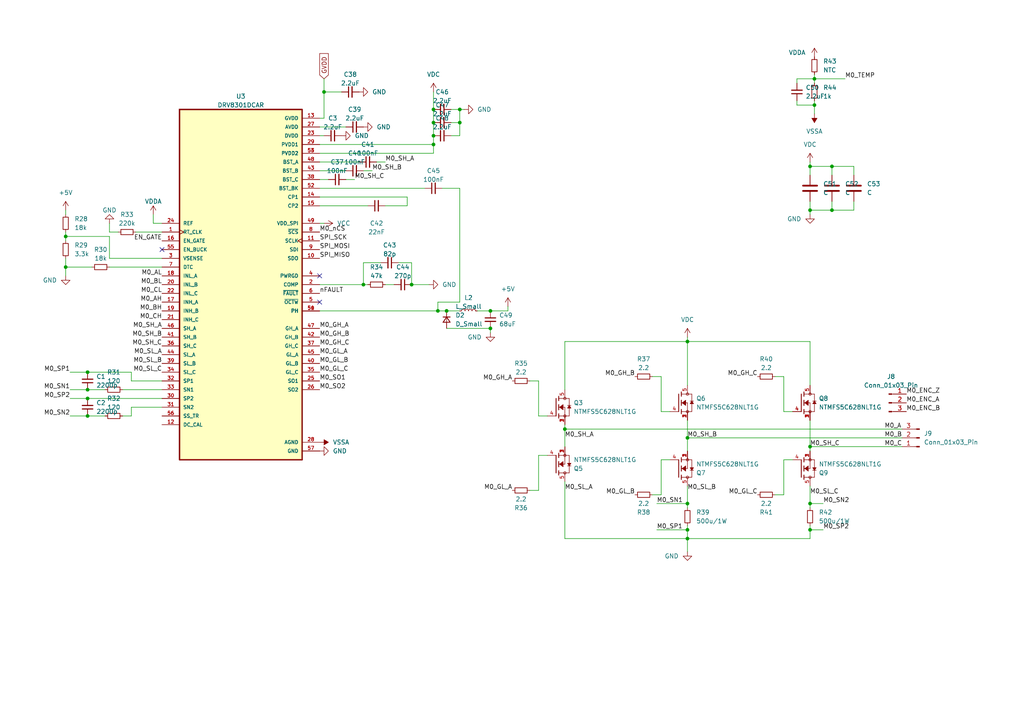
<source format=kicad_sch>
(kicad_sch (version 20230121) (generator eeschema)
  (paper "A4")
  (lib_symbols
    (symbol "Connector:Conn_01x03_Pin" (pin_names (offset 1.016) hide)
      (property "Reference" "J" (at 0 5.08 0))
      (property "Value" "Conn_01x03_Pin" (at 0 -5.08 0))
      (symbol "Conn_01x03_Pin_1_1"
        (polyline (pts (xy 1.27 -2.54) (xy 0.8636 -2.54)) (stroke (width 0.1524)))
        (polyline (pts (xy 1.27 0) (xy 0.8636 0)) (stroke (width 0.1524)))
        (polyline (pts (xy 1.27 2.54) (xy 0.8636 2.54)) (stroke (width 0.1524)))
        (rectangle (start 0.8636 -2.413) (end 0 -2.667) (stroke (width 0.1524)) (fill (type outline)))
        (rectangle (start 0.8636 0.127) (end 0 -0.127) (stroke (width 0.1524)) (fill (type outline)))
        (rectangle (start 0.8636 2.667) (end 0 2.413) (stroke (width 0.1524)) (fill (type outline)))
        (pin passive line (at 5.08 2.54 180) (length 3.81) (name "Pin_1") (number "1"))
        (pin passive line (at 5.08 0 180) (length 3.81) (name "Pin_2") (number "2"))
        (pin passive line (at 5.08 -2.54 180) (length 3.81) (name "Pin_3") (number "3"))
      )
    )
    (symbol "DRV8301DCAR:DRV8301DCAR" (pin_names (offset 1.016))
      (property "Reference" "U" (at -17.8203 51.9275 0))
      (property "Value" "DRV8301DCAR" (at -17.8075 -54.8929 0))
      (symbol "DRV8301DCAR_0_0"
        (rectangle (start -17.78 -50.8) (end 17.78 50.8) (stroke (width 0.41)) (fill (type background)))
        (pin input clock (at -22.86 15.24 0) (length 5.08) (name "RT_CLK") (number "1"))
        (pin output line (at 22.86 7.62 180) (length 5.08) (name "SDO") (number "10"))
        (pin input clock (at 22.86 12.7 180) (length 5.08) (name "SCLK") (number "11"))
        (pin input line (at -22.86 -40.64 0) (length 5.08) (name "DC_CAL") (number "12"))
        (pin power_in line (at 22.86 48.26 180) (length 5.08) (name "GVDD") (number "13"))
        (pin power_in line (at 22.86 25.4 180) (length 5.08) (name "CP1") (number "14"))
        (pin power_in line (at 22.86 22.86 180) (length 5.08) (name "CP2") (number "15"))
        (pin input line (at -22.86 12.7 0) (length 5.08) (name "EN_GATE") (number "16"))
        (pin input line (at -22.86 -5.08 0) (length 5.08) (name "INH_A") (number "17"))
        (pin input line (at -22.86 2.54 0) (length 5.08) (name "INL_A") (number "18"))
        (pin input line (at -22.86 -7.62 0) (length 5.08) (name "INH_B") (number "19"))
        (pin output line (at 22.86 0 180) (length 5.08) (name "COMP") (number "2"))
        (pin input line (at -22.86 0 0) (length 5.08) (name "INL_B") (number "20"))
        (pin input line (at -22.86 -10.16 0) (length 5.08) (name "INH_C") (number "21"))
        (pin input line (at -22.86 -2.54 0) (length 5.08) (name "INL_C") (number "22"))
        (pin power_in line (at 22.86 43.18 180) (length 5.08) (name "DVDD") (number "23"))
        (pin input line (at -22.86 17.78 0) (length 5.08) (name "REF") (number "24"))
        (pin output line (at 22.86 -27.94 180) (length 5.08) (name "SO1") (number "25"))
        (pin output line (at 22.86 -30.48 180) (length 5.08) (name "SO2") (number "26"))
        (pin power_in line (at 22.86 45.72 180) (length 5.08) (name "AVDD") (number "27"))
        (pin power_in line (at 22.86 -45.72 180) (length 5.08) (name "AGND") (number "28"))
        (pin power_in line (at 22.86 40.64 180) (length 5.08) (name "PVDD1") (number "29"))
        (pin input line (at -22.86 7.62 0) (length 5.08) (name "VSENSE") (number "3"))
        (pin input line (at -22.86 -33.02 0) (length 5.08) (name "SP2") (number "30"))
        (pin input line (at -22.86 -35.56 0) (length 5.08) (name "SN2") (number "31"))
        (pin input line (at -22.86 -27.94 0) (length 5.08) (name "SP1") (number "32"))
        (pin input line (at -22.86 -30.48 0) (length 5.08) (name "SN1") (number "33"))
        (pin input line (at -22.86 -25.4 0) (length 5.08) (name "SL_C") (number "34"))
        (pin output line (at 22.86 -25.4 180) (length 5.08) (name "GL_C") (number "35"))
        (pin input line (at -22.86 -17.78 0) (length 5.08) (name "SH_C") (number "36"))
        (pin output line (at 22.86 -17.78 180) (length 5.08) (name "GH_C") (number "37"))
        (pin power_in line (at 22.86 30.48 180) (length 5.08) (name "BST_C") (number "38"))
        (pin input line (at -22.86 -22.86 0) (length 5.08) (name "SL_B") (number "39"))
        (pin output line (at 22.86 2.54 180) (length 5.08) (name "PWRGD") (number "4"))
        (pin output line (at 22.86 -22.86 180) (length 5.08) (name "GL_B") (number "40"))
        (pin input line (at -22.86 -15.24 0) (length 5.08) (name "SH_B") (number "41"))
        (pin output line (at 22.86 -15.24 180) (length 5.08) (name "GH_B") (number "42"))
        (pin power_in line (at 22.86 33.02 180) (length 5.08) (name "BST_B") (number "43"))
        (pin input line (at -22.86 -20.32 0) (length 5.08) (name "SL_A") (number "44"))
        (pin output line (at 22.86 -20.32 180) (length 5.08) (name "GL_A") (number "45"))
        (pin input line (at -22.86 -12.7 0) (length 5.08) (name "SH_A") (number "46"))
        (pin output line (at 22.86 -12.7 180) (length 5.08) (name "GH_A") (number "47"))
        (pin power_in line (at 22.86 35.56 180) (length 5.08) (name "BST_A") (number "48"))
        (pin input line (at 22.86 17.78 180) (length 5.08) (name "VDD_SPI") (number "49"))
        (pin output line (at 22.86 -5.08 180) (length 5.08) (name "~{OCTW}") (number "5"))
        (pin output line (at 22.86 -7.62 180) (length 5.08) (name "PH") (number "50"))
        (pin output line (at 22.86 -7.62 180) (length 5.08) (name "PH") (number "51"))
        (pin power_in line (at 22.86 27.94 180) (length 5.08) (name "BST_BK") (number "52"))
        (pin power_in line (at 22.86 38.1 180) (length 5.08) (name "PVDD2") (number "53"))
        (pin power_in line (at 22.86 38.1 180) (length 5.08) (name "PVDD2") (number "54"))
        (pin input line (at -22.86 10.16 0) (length 5.08) (name "EN_BUCK") (number "55"))
        (pin input line (at -22.86 -38.1 0) (length 5.08) (name "SS_TR") (number "56"))
        (pin power_in line (at 22.86 -48.26 180) (length 5.08) (name "GND") (number "57"))
        (pin output line (at 22.86 -2.54 180) (length 5.08) (name "~{FAULT}") (number "6"))
        (pin input line (at -22.86 5.08 0) (length 5.08) (name "DTC") (number "7"))
        (pin input line (at 22.86 15.24 180) (length 5.08) (name "~{SCS}") (number "8"))
        (pin input line (at 22.86 10.16 180) (length 5.08) (name "SDI") (number "9"))
      )
    )
    (symbol "Device:C" (pin_numbers hide) (pin_names (offset 0.254))
      (property "Reference" "C" (at 0.635 2.54 0))
      (property "Value" "C" (at 0.635 -2.54 0))
      (symbol "C_0_1"
        (polyline (pts (xy -2.032 -0.762) (xy 2.032 -0.762)) (stroke (width 0.508)))
        (polyline (pts (xy -2.032 0.762) (xy 2.032 0.762)) (stroke (width 0.508)))
      )
      (symbol "C_1_1"
        (pin passive line (at 0 3.81 270) (length 2.794) (name "~") (number "1"))
        (pin passive line (at 0 -3.81 90) (length 2.794) (name "~") (number "2"))
      )
    )
    (symbol "Device:C_Small" (pin_numbers hide) (pin_names (offset 0.254) hide)
      (property "Reference" "C" (at 0.254 1.778 0))
      (property "Value" "C_Small" (at 0.254 -2.032 0))
      (symbol "C_Small_0_1"
        (polyline (pts (xy -1.524 -0.508) (xy 1.524 -0.508)) (stroke (width 0.3302)))
        (polyline (pts (xy -1.524 0.508) (xy 1.524 0.508)) (stroke (width 0.3048)))
      )
      (symbol "C_Small_1_1"
        (pin passive line (at 0 2.54 270) (length 2.032) (name "~") (number "1"))
        (pin passive line (at 0 -2.54 90) (length 2.032) (name "~") (number "2"))
      )
    )
    (symbol "Device:D_Small" (pin_numbers hide) (pin_names (offset 0.254) hide)
      (property "Reference" "D" (at -1.27 2.032 0))
      (property "Value" "D_Small" (at -3.81 -2.032 0))
      (symbol "D_Small_0_1"
        (polyline (pts (xy -0.762 -1.016) (xy -0.762 1.016)) (stroke (width 0.254)))
        (polyline (pts (xy -0.762 0) (xy 0.762 0)))
        (polyline (pts (xy 0.762 -1.016) (xy -0.762 0) (xy 0.762 1.016) (xy 0.762 -1.016)) (stroke (width 0.254)))
      )
      (symbol "D_Small_1_1"
        (pin passive line (at -2.54 0 0) (length 1.778) (name "K") (number "1"))
        (pin passive line (at 2.54 0 180) (length 1.778) (name "A") (number "2"))
      )
    )
    (symbol "Device:L_Small" (pin_numbers hide) (pin_names (offset 0.254) hide)
      (property "Reference" "L" (at 0.762 1.016 0))
      (property "Value" "L_Small" (at 0.762 -1.016 0))
      (symbol "L_Small_0_1"
        (arc (start 0 -2.032) (mid 0.5058 -1.524) (end 0 -1.016))
        (arc (start 0 -1.016) (mid 0.5058 -0.508) (end 0 0))
        (arc (start 0 0) (mid 0.5058 0.508) (end 0 1.016))
        (arc (start 0 1.016) (mid 0.5058 1.524) (end 0 2.032))
      )
      (symbol "L_Small_1_1"
        (pin passive line (at 0 2.54 270) (length 0.508) (name "~") (number "1"))
        (pin passive line (at 0 -2.54 90) (length 0.508) (name "~") (number "2"))
      )
    )
    (symbol "Device:R_Small" (pin_numbers hide) (pin_names (offset 0.254) hide)
      (property "Reference" "R" (at 0.762 0.508 0))
      (property "Value" "R_Small" (at 0.762 -1.016 0))
      (symbol "R_Small_0_1"
        (rectangle (start -0.762 1.778) (end 0.762 -1.778) (stroke (width 0.2032)))
      )
      (symbol "R_Small_1_1"
        (pin passive line (at 0 2.54 270) (length 0.762) (name "~") (number "1"))
        (pin passive line (at 0 -2.54 90) (length 0.762) (name "~") (number "2"))
      )
    )
    (symbol "NTMFS5C628NLT1G:NTMFS5C628NLT1G" (pin_names (offset 1.016))
      (property "Reference" "Q" (at -11.43 2.54 0))
      (property "Value" "NTMFS5C628NLT1G" (at -11.43 -7.62 0))
      (symbol "NTMFS5C628NLT1G_0_0"
        (circle (center 0 -2.54) (radius 0.3592))
        (polyline (pts (xy -2.54 2.54) (xy -2.54 -2.54)) (stroke (width 0.254)))
        (polyline (pts (xy -1.778 -2.54) (xy -1.778 -3.175)) (stroke (width 0.254)))
        (polyline (pts (xy -1.778 -1.905) (xy -1.778 -2.54)) (stroke (width 0.254)))
        (polyline (pts (xy -1.778 0) (xy -1.778 -0.762)) (stroke (width 0.254)))
        (polyline (pts (xy -1.778 0) (xy 0 0)) (stroke (width 0.1524)))
        (polyline (pts (xy -1.778 0.762) (xy -1.778 0)) (stroke (width 0.254)))
        (polyline (pts (xy -1.778 2.54) (xy -1.778 1.905)) (stroke (width 0.254)))
        (polyline (pts (xy -1.778 2.54) (xy 1.27 2.54)) (stroke (width 0.1524)))
        (polyline (pts (xy -1.778 3.175) (xy -1.778 2.54)) (stroke (width 0.254)))
        (polyline (pts (xy 0 -2.54) (xy -1.778 -2.54)) (stroke (width 0.1524)))
        (polyline (pts (xy 0 -2.54) (xy 1.27 -2.54)) (stroke (width 0.1524)))
        (polyline (pts (xy 0 0) (xy 0 -2.54)) (stroke (width 0.1524)))
        (polyline (pts (xy 1.27 0.508) (xy 0.762 0.508)) (stroke (width 0.1524)))
        (polyline (pts (xy 1.27 0.508) (xy 1.27 -2.54)) (stroke (width 0.1524)))
        (polyline (pts (xy 1.27 2.54) (xy 1.27 0.508)) (stroke (width 0.1524)))
        (polyline (pts (xy 1.778 0.508) (xy 1.27 0.508)) (stroke (width 0.1524)))
        (polyline (pts (xy -1.524 0) (xy -0.508 0.762) (xy -0.508 -0.762) (xy -1.524 0)) (stroke (width 0.1524)) (fill (type outline)))
        (polyline (pts (xy 1.27 0.508) (xy 0.762 -0.254) (xy 1.778 -0.254) (xy 1.27 0.508)) (stroke (width 0.1524)) (fill (type outline)))
        (circle (center 0 2.54) (radius 0.3592))
        (pin passive line (at 0 -5.08 90) (length 2.54) (name "~") (number "1"))
        (pin passive line (at 0 -5.08 90) (length 2.54) (name "~") (number "2"))
        (pin passive line (at 0 -5.08 90) (length 2.54) (name "~") (number "3"))
        (pin passive line (at -5.08 -2.54 0) (length 2.54) (name "~") (number "4"))
        (pin passive line (at 0 5.08 270) (length 2.54) (name "~") (number "5"))
      )
    )
    (symbol "power:+5V" (power) (pin_names (offset 0))
      (property "Value" "+5V" (at 0 3.556 0))
      (symbol "+5V_0_1"
        (polyline (pts (xy -0.762 1.27) (xy 0 2.54)))
        (polyline (pts (xy 0 0) (xy 0 2.54)))
        (polyline (pts (xy 0 2.54) (xy 0.762 1.27)))
      )
      (symbol "+5V_1_1"
        (pin power_in line (at 0 0 90) (length 0) hide (name "+5V") (number "1"))
      )
    )
    (symbol "power:GND" (power) (pin_names (offset 0))
      (property "Value" "GND" (at 0 -3.81 0))
      (symbol "GND_0_1"
        (polyline (pts (xy 0 0) (xy 0 -1.27) (xy 1.27 -1.27) (xy 0 -2.54) (xy -1.27 -1.27) (xy 0 -1.27)))
      )
      (symbol "GND_1_1"
        (pin power_in line (at 0 0 270) (length 0) hide (name "GND") (number "1"))
      )
    )
    (symbol "power:VCC" (power) (pin_names (offset 0))
      (property "Value" "VCC" (at 0 3.81 0))
      (symbol "VCC_0_1"
        (polyline (pts (xy -0.762 1.27) (xy 0 2.54)))
        (polyline (pts (xy 0 0) (xy 0 2.54)))
        (polyline (pts (xy 0 2.54) (xy 0.762 1.27)))
      )
      (symbol "VCC_1_1"
        (pin power_in line (at 0 0 90) (length 0) hide (name "VCC") (number "1"))
      )
    )
    (symbol "power:VDC" (power) (pin_names (offset 0))
      (property "Value" "VDC" (at 0 6.35 0))
      (symbol "VDC_0_1"
        (polyline (pts (xy -0.762 1.27) (xy 0 2.54)))
        (polyline (pts (xy 0 0) (xy 0 2.54)))
        (polyline (pts (xy 0 2.54) (xy 0.762 1.27)))
      )
      (symbol "VDC_1_1"
        (pin power_in line (at 0 0 90) (length 0) hide (name "VDC") (number "1"))
      )
    )
    (symbol "power:VDDA" (power) (pin_names (offset 0))
      (property "Value" "VDDA" (at 0 3.81 0))
      (symbol "VDDA_0_1"
        (polyline (pts (xy -0.762 1.27) (xy 0 2.54)))
        (polyline (pts (xy 0 0) (xy 0 2.54)))
        (polyline (pts (xy 0 2.54) (xy 0.762 1.27)))
      )
      (symbol "VDDA_1_1"
        (pin power_in line (at 0 0 90) (length 0) hide (name "VDDA") (number "1"))
      )
    )
    (symbol "power:VSSA" (power) (pin_names (offset 0))
      (property "Value" "VSSA" (at 0 3.81 0))
      (symbol "VSSA_0_1"
        (polyline (pts (xy 0 0) (xy 0 2.54)))
        (polyline (pts (xy 0.762 1.27) (xy -0.762 1.27) (xy 0 2.54) (xy 0.762 1.27)) (fill (type outline)))
      )
      (symbol "VSSA_1_1"
        (pin power_in line (at 0 0 90) (length 0) hide (name "VSSA") (number "1"))
      )
    )
  )
  (junction (at 25.4 115.57))
  (junction (at 105.41 82.55))
  (junction (at 125.73 41.91))
  (junction (at 234.95 153.67))
  (junction (at 25.4 120.65))
  (junction (at 133.35 31.75))
  (junction (at 241.3 48.26))
  (junction (at 19.05 68.58))
  (junction (at 163.83 124.46))
  (junction (at 25.4 107.95))
  (junction (at 199.39 127))
  (junction (at 236.22 30.48))
  (junction (at 125.73 35.56))
  (junction (at 133.35 35.56))
  (junction (at 199.39 99.06))
  (junction (at 234.95 146.05))
  (junction (at 127 90.17))
  (junction (at 199.39 146.05))
  (junction (at 241.3 60.96))
  (junction (at 234.95 129.54))
  (junction (at 25.4 113.03))
  (junction (at 234.95 48.26))
  (junction (at 236.22 22.86))
  (junction (at 119.38 82.55))
  (junction (at 199.39 156.21))
  (junction (at 234.95 60.96))
  (junction (at 19.05 77.47))
  (junction (at 125.73 39.37))
  (junction (at 199.39 153.67))
  (junction (at 125.73 31.75))
  (junction (at 142.24 90.17))
  (junction (at 129.54 90.17))
  (junction (at 142.24 95.25))
  (junction (at 93.98 26.67))
  (no_connect (at 92.71 80.01))
  (no_connect (at 92.71 87.63))
  (no_connect (at 46.99 72.39))
  (wire (pts (xy 241.3 50.8) (xy 241.3 48.26)))
  (wire (pts (xy 93.98 34.29) (xy 93.98 26.67)))
  (wire (pts (xy 118.11 59.69) (xy 111.76 59.69)))
  (wire (pts (xy 199.39 99.06) (xy 234.95 99.06)))
  (wire (pts (xy 129.54 95.25) (xy 142.24 95.25)))
  (wire (pts (xy 44.45 64.77) (xy 44.45 62.23)))
  (wire (pts (xy 156.21 110.49) (xy 156.21 120.65)))
  (wire (pts (xy 189.23 109.22) (xy 191.77 109.22)))
  (wire (pts (xy 224.79 143.51) (xy 227.33 143.51)))
  (wire (pts (xy 99.06 26.67) (xy 93.98 26.67)))
  (wire (pts (xy 125.73 44.45) (xy 125.73 41.91)))
  (wire (pts (xy 25.4 113.03) (xy 30.48 113.03)))
  (wire (pts (xy 133.35 31.75) (xy 134.62 31.75)))
  (wire (pts (xy 156.21 132.08) (xy 158.75 132.08)))
  (wire (pts (xy 234.95 153.67) (xy 234.95 156.21)))
  (wire (pts (xy 19.05 68.58) (xy 19.05 69.85)))
  (wire (pts (xy 234.95 48.26) (xy 234.95 50.8)))
  (wire (pts (xy 191.77 133.35) (xy 194.31 133.35)))
  (wire (pts (xy 241.3 58.42) (xy 241.3 60.96)))
  (wire (pts (xy 163.83 123.19) (xy 163.83 124.46)))
  (wire (pts (xy 93.98 39.37) (xy 92.71 39.37)))
  (wire (pts (xy 39.37 67.31) (xy 46.99 67.31)))
  (wire (pts (xy 241.3 48.26) (xy 247.65 48.26)))
  (wire (pts (xy 129.54 90.17) (xy 133.35 90.17)))
  (wire (pts (xy 102.87 52.07) (xy 100.33 52.07)))
  (wire (pts (xy 25.4 107.95) (xy 20.32 107.95)))
  (wire (pts (xy 92.71 90.17) (xy 127 90.17)))
  (wire (pts (xy 38.1 110.49) (xy 38.1 107.95)))
  (wire (pts (xy 107.95 49.53) (xy 105.41 49.53)))
  (wire (pts (xy 236.22 22.86) (xy 236.22 24.13)))
  (wire (pts (xy 92.71 54.61) (xy 123.19 54.61)))
  (wire (pts (xy 105.41 76.2) (xy 105.41 82.55)))
  (wire (pts (xy 199.39 99.06) (xy 199.39 111.76)))
  (wire (pts (xy 234.95 129.54) (xy 234.95 130.81)))
  (wire (pts (xy 26.67 77.47) (xy 19.05 77.47)))
  (wire (pts (xy 236.22 22.86) (xy 245.11 22.86)))
  (wire (pts (xy 199.39 127) (xy 199.39 130.81)))
  (wire (pts (xy 133.35 39.37) (xy 133.35 35.56)))
  (wire (pts (xy 31.75 74.93) (xy 31.75 68.58)))
  (wire (pts (xy 25.4 115.57) (xy 46.99 115.57)))
  (wire (pts (xy 231.14 24.13) (xy 231.14 22.86)))
  (wire (pts (xy 138.43 90.17) (xy 142.24 90.17)))
  (wire (pts (xy 142.24 95.25) (xy 142.24 96.52)))
  (wire (pts (xy 127 87.63) (xy 127 90.17)))
  (wire (pts (xy 231.14 22.86) (xy 236.22 22.86)))
  (wire (pts (xy 190.5 146.05) (xy 199.39 146.05)))
  (wire (pts (xy 227.33 143.51) (xy 227.33 133.35)))
  (wire (pts (xy 227.33 119.38) (xy 229.87 119.38)))
  (wire (pts (xy 189.23 143.51) (xy 191.77 143.51)))
  (wire (pts (xy 227.33 133.35) (xy 229.87 133.35)))
  (wire (pts (xy 118.11 57.15) (xy 92.71 57.15)))
  (wire (pts (xy 92.71 59.69) (xy 106.68 59.69)))
  (wire (pts (xy 199.39 127) (xy 261.62 127)))
  (wire (pts (xy 199.39 140.97) (xy 199.39 146.05)))
  (wire (pts (xy 234.95 111.76) (xy 234.95 99.06)))
  (wire (pts (xy 247.65 50.8) (xy 247.65 48.26)))
  (wire (pts (xy 20.32 115.57) (xy 25.4 115.57)))
  (wire (pts (xy 111.76 46.99) (xy 109.22 46.99)))
  (wire (pts (xy 19.05 77.47) (xy 19.05 80.01)))
  (wire (pts (xy 133.35 35.56) (xy 133.35 31.75)))
  (wire (pts (xy 35.56 113.03) (xy 46.99 113.03)))
  (wire (pts (xy 234.95 152.4) (xy 234.95 153.67)))
  (wire (pts (xy 92.71 49.53) (xy 100.33 49.53)))
  (wire (pts (xy 191.77 119.38) (xy 194.31 119.38)))
  (wire (pts (xy 147.32 88.9) (xy 147.32 90.17)))
  (wire (pts (xy 241.3 48.26) (xy 234.95 48.26)))
  (wire (pts (xy 25.4 107.95) (xy 38.1 107.95)))
  (wire (pts (xy 46.99 74.93) (xy 31.75 74.93)))
  (wire (pts (xy 231.14 29.21) (xy 231.14 30.48)))
  (wire (pts (xy 234.95 58.42) (xy 234.95 60.96)))
  (wire (pts (xy 153.67 110.49) (xy 156.21 110.49)))
  (wire (pts (xy 163.83 139.7) (xy 163.83 156.21)))
  (wire (pts (xy 236.22 30.48) (xy 236.22 29.21)))
  (wire (pts (xy 234.95 46.99) (xy 234.95 48.26)))
  (wire (pts (xy 125.73 31.75) (xy 125.73 35.56)))
  (wire (pts (xy 156.21 120.65) (xy 158.75 120.65)))
  (wire (pts (xy 92.71 36.83) (xy 100.33 36.83)))
  (wire (pts (xy 115.57 76.2) (xy 119.38 76.2)))
  (wire (pts (xy 234.95 129.54) (xy 261.62 129.54)))
  (wire (pts (xy 38.1 120.65) (xy 38.1 118.11)))
  (wire (pts (xy 19.05 60.96) (xy 19.05 62.23)))
  (wire (pts (xy 31.75 67.31) (xy 31.75 64.77)))
  (wire (pts (xy 199.39 146.05) (xy 199.39 147.32)))
  (wire (pts (xy 31.75 68.58) (xy 19.05 68.58)))
  (wire (pts (xy 234.95 140.97) (xy 234.95 146.05)))
  (wire (pts (xy 231.14 30.48) (xy 236.22 30.48)))
  (wire (pts (xy 238.76 146.05) (xy 234.95 146.05)))
  (wire (pts (xy 241.3 60.96) (xy 247.65 60.96)))
  (wire (pts (xy 238.76 153.67) (xy 234.95 153.67)))
  (wire (pts (xy 130.81 31.75) (xy 133.35 31.75)))
  (wire (pts (xy 236.22 30.48) (xy 236.22 33.02)))
  (wire (pts (xy 127 90.17) (xy 129.54 90.17)))
  (wire (pts (xy 119.38 82.55) (xy 124.46 82.55)))
  (wire (pts (xy 163.83 124.46) (xy 163.83 129.54)))
  (wire (pts (xy 133.35 87.63) (xy 127 87.63)))
  (wire (pts (xy 128.27 54.61) (xy 133.35 54.61)))
  (wire (pts (xy 111.76 82.55) (xy 114.3 82.55)))
  (wire (pts (xy 34.29 67.31) (xy 31.75 67.31)))
  (wire (pts (xy 92.71 52.07) (xy 95.25 52.07)))
  (wire (pts (xy 133.35 54.61) (xy 133.35 87.63)))
  (wire (pts (xy 234.95 156.21) (xy 199.39 156.21)))
  (wire (pts (xy 19.05 74.93) (xy 19.05 77.47)))
  (wire (pts (xy 191.77 143.51) (xy 191.77 133.35)))
  (wire (pts (xy 190.5 153.67) (xy 199.39 153.67)))
  (wire (pts (xy 20.32 113.03) (xy 25.4 113.03)))
  (wire (pts (xy 153.67 142.24) (xy 156.21 142.24)))
  (wire (pts (xy 199.39 153.67) (xy 199.39 156.21)))
  (wire (pts (xy 19.05 67.31) (xy 19.05 68.58)))
  (wire (pts (xy 234.95 60.96) (xy 234.95 62.23)))
  (wire (pts (xy 234.95 121.92) (xy 234.95 129.54)))
  (wire (pts (xy 31.75 77.47) (xy 46.99 77.47)))
  (wire (pts (xy 163.83 113.03) (xy 163.83 99.06)))
  (wire (pts (xy 156.21 142.24) (xy 156.21 132.08)))
  (wire (pts (xy 105.41 82.55) (xy 106.68 82.55)))
  (wire (pts (xy 199.39 99.06) (xy 199.39 97.79)))
  (wire (pts (xy 35.56 120.65) (xy 38.1 120.65)))
  (wire (pts (xy 224.79 109.22) (xy 227.33 109.22)))
  (wire (pts (xy 92.71 64.77) (xy 93.98 64.77)))
  (wire (pts (xy 110.49 76.2) (xy 105.41 76.2)))
  (wire (pts (xy 227.33 109.22) (xy 227.33 119.38)))
  (wire (pts (xy 247.65 58.42) (xy 247.65 60.96)))
  (wire (pts (xy 92.71 82.55) (xy 105.41 82.55)))
  (wire (pts (xy 119.38 76.2) (xy 119.38 82.55)))
  (wire (pts (xy 125.73 26.67) (xy 125.73 31.75)))
  (wire (pts (xy 236.22 21.59) (xy 236.22 22.86)))
  (wire (pts (xy 163.83 156.21) (xy 199.39 156.21)))
  (wire (pts (xy 130.81 39.37) (xy 133.35 39.37)))
  (wire (pts (xy 93.98 26.67) (xy 93.98 22.86)))
  (wire (pts (xy 125.73 35.56) (xy 125.73 39.37)))
  (wire (pts (xy 118.11 59.69) (xy 118.11 57.15)))
  (wire (pts (xy 130.81 35.56) (xy 133.35 35.56)))
  (wire (pts (xy 125.73 39.37) (xy 125.73 41.91)))
  (wire (pts (xy 191.77 109.22) (xy 191.77 119.38)))
  (wire (pts (xy 92.71 34.29) (xy 93.98 34.29)))
  (wire (pts (xy 147.32 90.17) (xy 142.24 90.17)))
  (wire (pts (xy 163.83 99.06) (xy 199.39 99.06)))
  (wire (pts (xy 92.71 46.99) (xy 104.14 46.99)))
  (wire (pts (xy 38.1 118.11) (xy 46.99 118.11)))
  (wire (pts (xy 241.3 60.96) (xy 234.95 60.96)))
  (wire (pts (xy 199.39 152.4) (xy 199.39 153.67)))
  (wire (pts (xy 92.71 44.45) (xy 125.73 44.45)))
  (wire (pts (xy 46.99 64.77) (xy 44.45 64.77)))
  (wire (pts (xy 25.4 120.65) (xy 30.48 120.65)))
  (wire (pts (xy 199.39 121.92) (xy 199.39 127)))
  (wire (pts (xy 199.39 156.21) (xy 199.39 160.02)))
  (wire (pts (xy 92.71 41.91) (xy 125.73 41.91)))
  (wire (pts (xy 46.99 110.49) (xy 38.1 110.49)))
  (wire (pts (xy 234.95 146.05) (xy 234.95 147.32)))
  (wire (pts (xy 163.83 124.46) (xy 261.62 124.46)))
  (wire (pts (xy 25.4 120.65) (xy 20.32 120.65)))
  (label "M0_SL_B" (at 199.39 142.24 0))
  (label "M0_SP2" (at 20.32 115.57 180))
  (label "SPI_SCK " (at 92.71 69.85 0))
  (label "M0_BL" (at 46.99 82.55 180))
  (label "M0_SH_C" (at 234.95 129.54 0))
  (label "M0_GL_B" (at 184.15 143.51 180))
  (label "M0_SH_A" (at 163.83 127 0))
  (label "M0_GL_C" (at 92.71 107.95 0))
  (label "M0_SN2" (at 20.32 120.65 180))
  (label "M0_ENC_B" (at 262.89 119.38 0))
  (label "M0_SL_C" (at 46.99 107.95 180))
  (label "M0_ENC_Z" (at 262.89 114.3 0))
  (label "M0_A" (at 256.54 124.46 0))
  (label "M0_SO1" (at 92.71 110.49 0))
  (label "M0_GL_A" (at 148.59 142.24 180))
  (label "M0_SN1" (at 190.5 146.05 0))
  (label "M0_GH_B" (at 184.15 109.22 180))
  (label "M0_SN1" (at 20.32 113.03 180))
  (label "M0_CL" (at 46.99 85.09 180))
  (label "M0_BH" (at 46.99 90.17 180))
  (label "M0_SH_C" (at 102.87 52.07 0))
  (label "M0_nCS" (at 92.71 67.31 0))
  (label "M0_SO2" (at 92.71 113.03 0))
  (label "M0_C" (at 256.54 129.54 0))
  (label "M0_TEMP" (at 245.11 22.86 0))
  (label "M0_SL_B" (at 46.99 105.41 180))
  (label "M0_GH_C" (at 92.71 100.33 0))
  (label "M0_GH_A" (at 92.71 95.25 0))
  (label "M0_SH_B" (at 46.99 97.79 180))
  (label "M0_CH" (at 46.99 92.71 180))
  (label "M0_SL_A" (at 46.99 102.87 180))
  (label "EN_GATE" (at 46.99 69.85 180))
  (label "SPI_MISO" (at 92.71 74.93 0))
  (label "nFAULT" (at 92.71 85.09 0))
  (label "M0_SP1" (at 190.5 153.67 0))
  (label "M0_SH_B" (at 107.95 49.53 0))
  (label "M0_SH_A" (at 46.99 95.25 180))
  (label "M0_SP1" (at 20.32 107.95 180))
  (label "M0_GL_B" (at 92.71 105.41 0))
  (label "M0_ENC_A" (at 262.89 116.84 0))
  (label "M0_SH_A" (at 111.76 46.99 0))
  (label "M0_SP2" (at 238.76 153.67 0))
  (label "M0_GL_C" (at 219.71 143.51 180))
  (label "M0_GH_A" (at 148.59 110.49 180))
  (label "M0_GH_B" (at 92.71 97.79 0))
  (label "SPI_MOSI" (at 92.71 72.39 0))
  (label "M0_GH_C" (at 219.71 109.22 180))
  (label "M0_SH_C" (at 46.99 100.33 180))
  (label "M0_B" (at 256.54 127 0))
  (label "M0_AL" (at 46.99 80.01 180))
  (label "M0_SN2" (at 238.76 146.05 0))
  (label "M0_AH" (at 46.99 87.63 180))
  (label "M0_SL_A" (at 163.83 142.24 0))
  (label "M0_GL_A" (at 92.71 102.87 0))
  (label "M0_SH_B" (at 199.39 127 0))
  (label "M0_SL_C" (at 234.95 143.51 0))
  (global_label "GVDD" (shape input) (at 93.98 22.86 90) (property "Intersheetrefs" "${INTERSHEET_REFS}" (effects hide)))
  (symbol (lib_id "power:VCC") (at 93.98 64.77 270) (unit 1)
    (property "Reference" "#PWR058" (effects hide))
    (property "Value" "VCC" (at 97.79 64.77 90) (effects (justify left)))
  )
  (symbol (lib_id "Device:C_Small") (at 128.27 39.37 270) (unit 1)
    (property "Reference" "C48" (at 128.2636 34.29 90))
    (property "Value" "2.2uF" (at 128.2636 36.83 90))
    (property "Footprint" "Capacitor_SMD:C_0402_1005Metric" (effects hide))
  )
  (symbol (lib_id "power:GND") (at 124.46 82.55 90) (unit 1)
    (property "Reference" "#PWR062" (effects hide))
    (property "Value" "GND" (at 128.27 82.55 90) (effects (justify right)))
  )
  (symbol (lib_id "power:GND") (at 234.95 62.23 0) (unit 1)
    (property "Reference" "#PWR070" (effects hide))
    (property "Value" "GND" (at 232.41 63.5 0) (effects (justify right)))
  )
  (symbol (lib_id "Device:C_Small") (at 142.24 92.71 0) (unit 1)
    (property "Reference" "C49" (at 144.78 91.4463 0) (effects (justify left)))
    (property "Value" "68uF" (at 144.78 93.9863 0) (effects (justify left)))
    (property "Footprint" "Capacitor_SMD:C_0603_1608Metric" (effects hide))
  )
  (symbol (lib_id "Device:R_Small") (at 33.02 113.03 270) (unit 1)
    (property "Reference" "R31" (at 33.02 107.95 90))
    (property "Value" "120" (at 33.02 110.49 90))
    (property "Footprint" "Resistor_SMD:R_0402_1005Metric" (effects hide))
  )
  (symbol (lib_id "Device:C_Small") (at 102.87 36.83 90) (unit 1)
    (property "Reference" "C39" (at 102.8763 31.75 90))
    (property "Value" "2.2uF" (at 102.8763 34.29 90))
    (property "Footprint" "Capacitor_SMD:C_0402_1005Metric" (effects hide))
  )
  (symbol (lib_id "power:GND") (at 31.75 64.77 180) (unit 1)
    (property "Reference" "#PWR054" (effects hide))
    (property "Value" "GND" (at 31.75 60.96 0))
  )
  (symbol (lib_id "Device:C_Small") (at 128.27 35.56 270) (unit 1)
    (property "Reference" "C47" (at 128.2636 30.48 90))
    (property "Value" "2.2uF" (at 128.2636 33.02 90))
    (property "Footprint" "Capacitor_SMD:C_0402_1005Metric" (effects hide))
  )
  (symbol (lib_id "Device:C_Small") (at 128.27 31.75 270) (unit 1)
    (property "Reference" "C46" (at 128.2636 26.67 90))
    (property "Value" "2.2uF" (at 128.2636 29.21 90))
    (property "Footprint" "Capacitor_SMD:C_0402_1005Metric" (effects hide))
  )
  (symbol (lib_id "Device:R_Small") (at 186.69 109.22 270) (unit 1)
    (property "Reference" "R37" (at 186.69 104.14 90))
    (property "Value" "2.2" (at 186.69 106.68 90))
    (property "Footprint" "Resistor_SMD:R_0402_1005Metric" (effects hide))
  )
  (symbol (lib_id "Device:L_Small") (at 135.89 90.17 90) (unit 1)
    (property "Reference" "L2" (at 135.89 86.36 90))
    (property "Value" "L_Small" (at 135.89 88.9 90))
    (property "Footprint" "Inductor_SMD:L_1210_3225Metric" (effects hide))
  )
  (symbol (lib_id "Device:R_Small") (at 236.22 19.05 180) (unit 1)
    (property "Reference" "R43" (at 238.76 17.78 0) (effects (justify right)))
    (property "Value" "NTC" (at 238.76 20.32 0) (effects (justify right)))
    (property "Footprint" "Resistor_SMD:R_0402_1005Metric" (effects hide))
  )
  (symbol (lib_id "NTMFS5C628NLT1G:NTMFS5C628NLT1G") (at 234.95 116.84 0) (unit 1)
    (property "Reference" "Q8" (at 237.49 115.57 0) (effects (justify left)))
    (property "Value" "NTMFS5C628NLT1G" (at 237.49 118.11 0) (effects (justify left)))
    (property "Footprint" "lib:TRANS_NTMFS5C628NLT1G" (effects hide))
    (property "MF" "ON Semiconductor" (effects hide))
    (property "MAXIMUM_PACKAGE_HEIGHT" "1.1 mm" (effects hide))
    (property "Package" "SO-8 ON Semiconductor" (effects hide))
    (property "Price" "None" (effects hide))
    (property "Check_prices" "https://www.snapeda.com/parts/NTMFS5C628NLT1G/Onsemi/view-part/?ref=eda" (effects hide))
    (property "STANDARD" "Manufacturer recommendations" (effects hide))
    (property "PARTREV" "1" (effects hide))
    (property "SnapEDA_Link" "https://www.snapeda.com/parts/NTMFS5C628NLT1G/Onsemi/view-part/?ref=snap" (effects hide))
    (property "MP" "NTMFS5C628NLT1G" (effects hide))
    (property "Description" "\nN-Channel 60 V 28A (Ta), 150A (Tc) 3.7W (Ta), 110W (Tc) Surface Mount 5-DFN (5x6) (8-SOFL)\n" (effects hide))
    (property "Availability" "In Stock" (effects hide))
    (property "MANUFACTURER" "ON Semiconductor" (effects hide))
  )
  (symbol (lib_id "NTMFS5C628NLT1G:NTMFS5C628NLT1G") (at 163.83 118.11 0) (unit 1)
    (property "Reference" "Q3" (at 166.37 116.84 0) (effects (justify left)))
    (property "Value" "NTMFS5C628NLT1G" (at 166.37 119.38 0) (effects (justify left)))
    (property "Footprint" "lib:TRANS_NTMFS5C628NLT1G" (effects hide))
    (property "MF" "ON Semiconductor" (effects hide))
    (property "MAXIMUM_PACKAGE_HEIGHT" "1.1 mm" (effects hide))
    (property "Package" "SO-8 ON Semiconductor" (effects hide))
    (property "Price" "None" (effects hide))
    (property "Check_prices" "https://www.snapeda.com/parts/NTMFS5C628NLT1G/Onsemi/view-part/?ref=eda" (effects hide))
    (property "STANDARD" "Manufacturer recommendations" (effects hide))
    (property "PARTREV" "1" (effects hide))
    (property "SnapEDA_Link" "https://www.snapeda.com/parts/NTMFS5C628NLT1G/Onsemi/view-part/?ref=snap" (effects hide))
    (property "MP" "NTMFS5C628NLT1G" (effects hide))
    (property "Description" "\nN-Channel 60 V 28A (Ta), 150A (Tc) 3.7W (Ta), 110W (Tc) Surface Mount 5-DFN (5x6) (8-SOFL)\n" (effects hide))
    (property "Availability" "In Stock" (effects hide))
    (property "MANUFACTURER" "ON Semiconductor" (effects hide))
  )
  (symbol (lib_id "power:+5V") (at 19.05 60.96 0) (unit 1)
    (property "Reference" "#PWR052" (effects hide))
    (property "Value" "+5V" (at 19.05 55.88 0))
  )
  (symbol (lib_id "Device:R_Small") (at 199.39 149.86 180) (unit 1)
    (property "Reference" "R39" (at 201.93 148.59 0) (effects (justify right)))
    (property "Value" "500u/1W" (at 201.93 151.13 0) (effects (justify right)))
    (property "Footprint" "Resistor_SMD:R_1206_3216Metric" (effects hide))
  )
  (symbol (lib_id "Device:C_Small") (at 101.6 26.67 90) (unit 1)
    (property "Reference" "C38" (at 101.6063 21.59 90))
    (property "Value" "2.2uF" (at 101.6063 24.13 90))
    (property "Footprint" "Capacitor_SMD:C_0402_1005Metric" (effects hide))
  )
  (symbol (lib_id "Device:C_Small") (at 102.87 49.53 90) (unit 1)
    (property "Reference" "C40" (at 102.8763 44.45 90))
    (property "Value" "100nF" (at 102.8763 46.99 90))
    (property "Footprint" "Capacitor_SMD:C_0402_1005Metric" (effects hide))
  )
  (symbol (lib_id "Device:C_Small") (at 113.03 76.2 270) (unit 1)
    (property "Reference" "C43" (at 113.0236 71.12 90))
    (property "Value" "82p" (at 113.0236 73.66 90))
    (property "Footprint" "Capacitor_SMD:C_0402_1005Metric" (effects hide))
  )
  (symbol (lib_id "NTMFS5C628NLT1G:NTMFS5C628NLT1G") (at 234.95 135.89 0) (mirror x) (unit 1)
    (property "Reference" "Q9" (at 237.49 137.16 0) (effects (justify left)))
    (property "Value" "NTMFS5C628NLT1G" (at 237.49 134.62 0) (effects (justify left)))
    (property "Footprint" "lib:TRANS_NTMFS5C628NLT1G" (effects hide))
    (property "MF" "ON Semiconductor" (effects hide))
    (property "MAXIMUM_PACKAGE_HEIGHT" "1.1 mm" (effects hide))
    (property "Package" "SO-8 ON Semiconductor" (effects hide))
    (property "Price" "None" (effects hide))
    (property "Check_prices" "https://www.snapeda.com/parts/NTMFS5C628NLT1G/Onsemi/view-part/?ref=eda" (effects hide))
    (property "STANDARD" "Manufacturer recommendations" (effects hide))
    (property "PARTREV" "1" (effects hide))
    (property "SnapEDA_Link" "https://www.snapeda.com/parts/NTMFS5C628NLT1G/Onsemi/view-part/?ref=snap" (effects hide))
    (property "MP" "NTMFS5C628NLT1G" (effects hide))
    (property "Description" "\nN-Channel 60 V 28A (Ta), 150A (Tc) 3.7W (Ta), 110W (Tc) Surface Mount 5-DFN (5x6) (8-SOFL)\n" (effects hide))
    (property "Availability" "In Stock" (effects hide))
    (property "MANUFACTURER" "ON Semiconductor" (effects hide))
  )
  (symbol (lib_id "Device:C_Small") (at 109.22 59.69 90) (unit 1)
    (property "Reference" "C42" (at 109.2263 64.77 90))
    (property "Value" "22nF" (at 109.2263 67.31 90))
    (property "Footprint" "Capacitor_SMD:C_0402_1005Metric" (effects hide))
  )
  (symbol (lib_id "Device:C_Small") (at 25.4 118.11 180) (unit 1)
    (property "Reference" "C2" (at 27.94 116.8336 0) (effects (justify right)))
    (property "Value" "2200p" (at 27.94 119.3736 0) (effects (justify right)))
    (property "Footprint" "Capacitor_SMD:C_0402_1005Metric" (effects hide))
  )
  (symbol (lib_id "power:GND") (at 104.14 26.67 90) (unit 1)
    (property "Reference" "#PWR060" (effects hide))
    (property "Value" "GND" (at 107.95 26.67 90) (effects (justify right)))
  )
  (symbol (lib_id "power:VDC") (at 199.39 97.79 0) (unit 1)
    (property "Reference" "#PWR067" (effects hide))
    (property "Value" "VDC" (at 199.39 92.71 0))
  )
  (symbol (lib_id "DRV8301DCAR:DRV8301DCAR") (at 69.85 82.55 0) (unit 1)
    (property "Reference" "U3" (at 69.85 27.94 0))
    (property "Value" "DRV8301DCAR" (at 69.85 30.48 0))
    (property "Footprint" "lib:SOP50P810X120-57N" (effects hide))
    (property "STNADARD" "IPC-7351B" (effects hide))
    (property "MF" "Texas Instruments" (effects hide))
    (property "SNAPEDA_PACKAGE_ID" "5591" (effects hide))
    (property "Package" "HTSSOP-56 Texas Instruments" (effects hide))
    (property "Price" "None" (effects hide))
    (property "Check_prices" "https://www.snapeda.com/parts/DRV8301DCAR/Texas+Instruments/view-part/?ref=eda" (effects hide))
    (property "PARTREV" "F" (effects hide))
    (property "SnapEDA_Link" "https://www.snapeda.com/parts/DRV8301DCAR/Texas+Instruments/view-part/?ref=snap" (effects hide))
    (property "MP" "DRV8301DCAR" (effects hide))
    (property "Purchase-URL" "https://www.snapeda.com/api/url_track_click_mouser/?unipart_id=46687&manufacturer=Texas Instruments&part_name=DRV8301DCAR&search_term=None" (effects hide))
    (property "Description" "\n65-V max 3-phase gate driver with buck regulator, current shunt amplifiers & SPI\n" (effects hide))
    (property "Availability" "In Stock" (effects hide))
    (property "MANUFACTURER" "Texas Instruments" (effects hide))
  )
  (symbol (lib_id "power:VDDA") (at 44.45 62.23 0) (unit 1)
    (property "Reference" "#PWR055" (effects hide))
    (property "Value" "VDDA" (at 44.45 58.42 0))
  )
  (symbol (lib_id "Device:C_Small") (at 106.68 46.99 90) (unit 1)
    (property "Reference" "C41" (at 106.6863 41.91 90))
    (property "Value" "100nF" (at 106.6863 44.45 90))
    (property "Footprint" "Capacitor_SMD:C_0402_1005Metric" (effects hide))
  )
  (symbol (lib_id "power:VDC") (at 125.73 26.67 0) (unit 1)
    (property "Reference" "#PWR063" (effects hide))
    (property "Value" "VDC" (at 125.73 21.59 0))
  )
  (symbol (lib_id "Device:R_Small") (at 29.21 77.47 270) (unit 1)
    (property "Reference" "R30" (at 29.21 72.39 90))
    (property "Value" "18k" (at 29.21 74.93 90))
    (property "Footprint" "Resistor_SMD:R_0402_1005Metric" (effects hide))
  )
  (symbol (lib_id "power:GND") (at 142.24 96.52 0) (unit 1)
    (property "Reference" "#PWR065" (effects hide))
    (property "Value" "GND" (at 139.7 97.79 0) (effects (justify right)))
  )
  (symbol (lib_id "Connector:Conn_01x03_Pin") (at 266.7 127 180) (unit 1)
    (property "Reference" "J9" (at 267.97 125.73 0) (effects (justify right)))
    (property "Value" "Conn_01x03_Pin" (at 267.97 128.27 0) (effects (justify right)))
  )
  (symbol (lib_id "Device:R_Small") (at 151.13 142.24 270) (mirror x) (unit 1)
    (property "Reference" "R36" (at 151.13 147.32 90))
    (property "Value" "2.2" (at 151.13 144.78 90))
    (property "Footprint" "Resistor_SMD:R_0402_1005Metric" (effects hide))
  )
  (symbol (lib_id "power:GND") (at 199.39 160.02 0) (unit 1)
    (property "Reference" "#PWR068" (effects hide))
    (property "Value" "GND" (at 196.85 161.29 0) (effects (justify right)))
  )
  (symbol (lib_id "power:GND") (at 92.71 130.81 90) (unit 1)
    (property "Reference" "#PWR057" (effects hide))
    (property "Value" "GND" (at 96.52 130.81 90) (effects (justify right)))
  )
  (symbol (lib_id "Device:R_Small") (at 36.83 67.31 270) (unit 1)
    (property "Reference" "R33" (at 36.83 62.23 90))
    (property "Value" "220k" (at 36.83 64.77 90))
    (property "Footprint" "Resistor_SMD:R_0402_1005Metric" (effects hide))
  )
  (symbol (lib_id "power:GND") (at 134.62 31.75 90) (unit 1)
    (property "Reference" "#PWR064" (effects hide))
    (property "Value" "GND" (at 138.43 31.75 90) (effects (justify right)))
  )
  (symbol (lib_id "power:VSSA") (at 92.71 128.27 270) (unit 1)
    (property "Reference" "#PWR056" (effects hide))
    (property "Value" "VSSA" (at 96.52 128.27 90) (effects (justify left)))
  )
  (symbol (lib_id "Device:R_Small") (at 186.69 143.51 270) (mirror x) (unit 1)
    (property "Reference" "R38" (at 186.69 148.59 90))
    (property "Value" "2.2" (at 186.69 146.05 90))
    (property "Footprint" "Resistor_SMD:R_0402_1005Metric" (effects hide))
  )
  (symbol (lib_id "Device:R_Small") (at 222.25 143.51 270) (mirror x) (unit 1)
    (property "Reference" "R41" (at 222.25 148.59 90))
    (property "Value" "2.2" (at 222.25 146.05 90))
    (property "Footprint" "Resistor_SMD:R_0402_1005Metric" (effects hide))
  )
  (symbol (lib_id "Connector:Conn_01x03_Pin") (at 257.81 116.84 0) (unit 1)
    (property "Reference" "J8" (at 258.445 109.22 0))
    (property "Value" "Conn_01x03_Pin" (at 258.445 111.76 0))
  )
  (symbol (lib_id "power:VSSA") (at 236.22 33.02 180) (unit 1)
    (property "Reference" "#PWR072" (effects hide))
    (property "Value" "VSSA" (at 236.22 38.1 0))
  )
  (symbol (lib_id "Device:R_Small") (at 151.13 110.49 270) (unit 1)
    (property "Reference" "R35" (at 151.13 105.41 90))
    (property "Value" "2.2" (at 151.13 107.95 90))
    (property "Footprint" "Resistor_SMD:R_0402_1005Metric" (effects hide))
  )
  (symbol (lib_id "Device:C_Small") (at 96.52 39.37 90) (unit 1)
    (property "Reference" "C3" (at 96.5263 34.29 90))
    (property "Value" "2.2uF" (at 96.5263 36.83 90))
    (property "Footprint" "Capacitor_SMD:C_0402_1005Metric" (effects hide))
  )
  (symbol (lib_id "Device:C") (at 241.3 54.61 0) (unit 1)
    (property "Reference" "C52" (at 245.11 53.34 0) (effects (justify left)))
    (property "Value" "C" (at 245.11 55.88 0) (effects (justify left)))
    (property "Footprint" "Capacitor_SMD:C_1206_3216Metric" (effects hide))
  )
  (symbol (lib_id "Device:C_Small") (at 116.84 82.55 270) (unit 1)
    (property "Reference" "C44" (at 116.8336 77.47 90))
    (property "Value" "270p" (at 116.8336 80.01 90))
    (property "Footprint" "Capacitor_SMD:C_0402_1005Metric" (effects hide))
  )
  (symbol (lib_id "Device:C_Small") (at 231.14 26.67 180) (unit 1)
    (property "Reference" "C50" (at 233.68 25.3936 0) (effects (justify right)))
    (property "Value" "2.2uF" (at 233.68 27.9336 0) (effects (justify right)))
    (property "Footprint" "Capacitor_SMD:C_0402_1005Metric" (effects hide))
  )
  (symbol (lib_id "power:+5V") (at 147.32 88.9 0) (unit 1)
    (property "Reference" "#PWR066" (effects hide))
    (property "Value" "+5V" (at 147.32 83.82 0))
  )
  (symbol (lib_id "Device:R_Small") (at 19.05 72.39 0) (unit 1)
    (property "Reference" "R29" (at 21.59 71.12 0) (effects (justify left)))
    (property "Value" "3.3k" (at 21.59 73.66 0) (effects (justify left)))
    (property "Footprint" "Resistor_SMD:R_0402_1005Metric" (effects hide))
  )
  (symbol (lib_id "power:GND") (at 19.05 80.01 0) (unit 1)
    (property "Reference" "#PWR053" (effects hide))
    (property "Value" "GND" (at 16.51 81.28 0) (effects (justify right)))
  )
  (symbol (lib_id "Device:R_Small") (at 236.22 26.67 180) (unit 1)
    (property "Reference" "R44" (at 238.76 25.4 0) (effects (justify right)))
    (property "Value" "1k" (at 238.76 27.94 0) (effects (justify right)))
    (property "Footprint" "Resistor_SMD:R_0402_1005Metric" (effects hide))
  )
  (symbol (lib_id "Device:R_Small") (at 33.02 120.65 270) (unit 1)
    (property "Reference" "R32" (at 33.02 115.57 90))
    (property "Value" "120" (at 33.02 118.11 90))
    (property "Footprint" "Resistor_SMD:R_0402_1005Metric" (effects hide))
  )
  (symbol (lib_id "Device:C") (at 247.65 54.61 0) (unit 1)
    (property "Reference" "C53" (at 251.46 53.34 0) (effects (justify left)))
    (property "Value" "C" (at 251.46 55.88 0) (effects (justify left)))
    (property "Footprint" "Capacitor_SMD:C_1206_3216Metric" (effects hide))
  )
  (symbol (lib_id "power:VDC") (at 234.95 46.99 0) (unit 1)
    (property "Reference" "#PWR069" (effects hide))
    (property "Value" "VDC" (at 234.95 41.91 0))
  )
  (symbol (lib_id "Device:C_Small") (at 97.79 52.07 90) (unit 1)
    (property "Reference" "C37" (at 97.7963 46.99 90))
    (property "Value" "100nF" (at 97.7963 49.53 90))
    (property "Footprint" "Capacitor_SMD:C_0402_1005Metric" (effects hide))
  )
  (symbol (lib_id "Device:C_Small") (at 25.4 110.49 180) (unit 1)
    (property "Reference" "C1" (at 27.94 109.2136 0) (effects (justify right)))
    (property "Value" "2200p" (at 27.94 111.7536 0) (effects (justify right)))
    (property "Footprint" "Capacitor_SMD:C_0402_1005Metric" (effects hide))
  )
  (symbol (lib_id "power:GND") (at 105.41 36.83 90) (unit 1)
    (property "Reference" "#PWR061" (effects hide))
    (property "Value" "GND" (at 109.22 36.83 90) (effects (justify right)))
  )
  (symbol (lib_id "NTMFS5C628NLT1G:NTMFS5C628NLT1G") (at 199.39 116.84 0) (unit 1)
    (property "Reference" "Q6" (at 201.93 115.57 0) (effects (justify left)))
    (property "Value" "NTMFS5C628NLT1G" (at 201.93 118.11 0) (effects (justify left)))
    (property "Footprint" "lib:TRANS_NTMFS5C628NLT1G" (effects hide))
    (property "MF" "ON Semiconductor" (effects hide))
    (property "MAXIMUM_PACKAGE_HEIGHT" "1.1 mm" (effects hide))
    (property "Package" "SO-8 ON Semiconductor" (effects hide))
    (property "Price" "None" (effects hide))
    (property "Check_prices" "https://www.snapeda.com/parts/NTMFS5C628NLT1G/Onsemi/view-part/?ref=eda" (effects hide))
    (property "STANDARD" "Manufacturer recommendations" (effects hide))
    (property "PARTREV" "1" (effects hide))
    (property "SnapEDA_Link" "https://www.snapeda.com/parts/NTMFS5C628NLT1G/Onsemi/view-part/?ref=snap" (effects hide))
    (property "MP" "NTMFS5C628NLT1G" (effects hide))
    (property "Description" "\nN-Channel 60 V 28A (Ta), 150A (Tc) 3.7W (Ta), 110W (Tc) Surface Mount 5-DFN (5x6) (8-SOFL)\n" (effects hide))
    (property "Availability" "In Stock" (effects hide))
    (property "MANUFACTURER" "ON Semiconductor" (effects hide))
  )
  (symbol (lib_id "power:VDDA") (at 236.22 16.51 0) (unit 1)
    (property "Reference" "#PWR071" (effects hide))
    (property "Value" "VDDA" (at 233.68 15.24 0) (effects (justify right)))
  )
  (symbol (lib_id "Device:R_Small") (at 234.95 149.86 180) (unit 1)
    (property "Reference" "R42" (at 237.49 148.59 0) (effects (justify right)))
    (property "Value" "500u/1W" (at 237.49 151.13 0) (effects (justify right)))
    (property "Footprint" "Resistor_SMD:R_1206_3216Metric" (effects hide))
  )
  (symbol (lib_id "Device:C") (at 234.95 54.61 0) (unit 1)
    (property "Reference" "C51" (at 238.76 53.34 0) (effects (justify left)))
    (property "Value" "C" (at 238.76 55.88 0) (effects (justify left)))
    (property "Footprint" "Capacitor_SMD:C_1206_3216Metric" (effects hide))
  )
  (symbol (lib_id "Device:D_Small") (at 129.54 92.71 270) (unit 1)
    (property "Reference" "D2" (at 132.08 91.44 90) (effects (justify left)))
    (property "Value" "D_Small" (at 132.08 93.98 90) (effects (justify left)))
    (property "Footprint" "Diode_SMD:D_0805_2012Metric" (effects hide))
    (property "Sim.Device" "D" (effects hide))
    (property "Sim.Pins" "1=K 2=A" (effects hide))
  )
  (symbol (lib_id "power:GND") (at 99.06 39.37 90) (unit 1)
    (property "Reference" "#PWR059" (effects hide))
    (property "Value" "GND" (at 102.87 39.37 90) (effects (justify right)))
  )
  (symbol (lib_id "Device:R_Small") (at 19.05 64.77 0) (unit 1)
    (property "Reference" "R28" (at 21.59 63.5 0) (effects (justify left)))
    (property "Value" "18k" (at 21.59 66.04 0) (effects (justify left)))
    (property "Footprint" "Resistor_SMD:R_0402_1005Metric" (effects hide))
  )
  (symbol (lib_id "NTMFS5C628NLT1G:NTMFS5C628NLT1G") (at 199.39 135.89 0) (mirror x) (unit 1)
    (property "Reference" "Q7" (at 201.93 137.16 0) (effects (justify left)))
    (property "Value" "NTMFS5C628NLT1G" (at 201.93 134.62 0) (effects (justify left)))
    (property "Footprint" "lib:TRANS_NTMFS5C628NLT1G" (effects hide))
    (property "MF" "ON Semiconductor" (effects hide))
    (property "MAXIMUM_PACKAGE_HEIGHT" "1.1 mm" (effects hide))
    (property "Package" "SO-8 ON Semiconductor" (effects hide))
    (property "Price" "None" (effects hide))
    (property "Check_prices" "https://www.snapeda.com/parts/NTMFS5C628NLT1G/Onsemi/view-part/?ref=eda" (effects hide))
    (property "STANDARD" "Manufacturer recommendations" (effects hide))
    (property "PARTREV" "1" (effects hide))
    (property "SnapEDA_Link" "https://www.snapeda.com/parts/NTMFS5C628NLT1G/Onsemi/view-part/?ref=snap" (effects hide))
    (property "MP" "NTMFS5C628NLT1G" (effects hide))
    (property "Description" "\nN-Channel 60 V 28A (Ta), 150A (Tc) 3.7W (Ta), 110W (Tc) Surface Mount 5-DFN (5x6) (8-SOFL)\n" (effects hide))
    (property "Availability" "In Stock" (effects hide))
    (property "MANUFACTURER" "ON Semiconductor" (effects hide))
  )
  (symbol (lib_id "Device:R_Small") (at 222.25 109.22 270) (unit 1)
    (property "Reference" "R40" (at 222.25 104.14 90))
    (property "Value" "2.2" (at 222.25 106.68 90))
    (property "Footprint" "Resistor_SMD:R_0402_1005Metric" (effects hide))
  )
  (symbol (lib_id "NTMFS5C628NLT1G:NTMFS5C628NLT1G") (at 163.83 134.62 0) (mirror x) (unit 1)
    (property "Reference" "Q5" (at 166.37 135.89 0) (effects (justify left)))
    (property "Value" "NTMFS5C628NLT1G" (at 166.37 133.35 0) (effects (justify left)))
    (property "Footprint" "lib:TRANS_NTMFS5C628NLT1G" (effects hide))
    (property "MF" "ON Semiconductor" (effects hide))
    (property "MAXIMUM_PACKAGE_HEIGHT" "1.1 mm" (effects hide))
    (property "Package" "SO-8 ON Semiconductor" (effects hide))
    (property "Price" "None" (effects hide))
    (property "Check_prices" "https://www.snapeda.com/parts/NTMFS5C628NLT1G/Onsemi/view-part/?ref=eda" (effects hide))
    (property "STANDARD" "Manufacturer recommendations" (effects hide))
    (property "PARTREV" "1" (effects hide))
    (property "SnapEDA_Link" "https://www.snapeda.com/parts/NTMFS5C628NLT1G/Onsemi/view-part/?ref=snap" (effects hide))
    (property "MP" "NTMFS5C628NLT1G" (effects hide))
    (property "Description" "\nN-Channel 60 V 28A (Ta), 150A (Tc) 3.7W (Ta), 110W (Tc) Surface Mount 5-DFN (5x6) (8-SOFL)\n" (effects hide))
    (property "Availability" "In Stock" (effects hide))
    (property "MANUFACTURER" "ON Semiconductor" (effects hide))
  )
  (symbol (lib_id "Device:R_Small") (at 109.22 82.55 270) (unit 1)
    (property "Reference" "R34" (at 109.22 77.47 90))
    (property "Value" "47k" (at 109.22 80.01 90))
    (property "Footprint" "Resistor_SMD:R_0402_1005Metric" (effects hide))
  )
  (symbol (lib_id "Device:C_Small") (at 125.73 54.61 90) (unit 1)
    (property "Reference" "C45" (at 125.7363 49.53 90))
    (property "Value" "100nF" (at 125.7363 52.07 90))
    (property "Footprint" "Capacitor_SMD:C_0402_1005Metric" (effects hide))
  )
)
</source>
